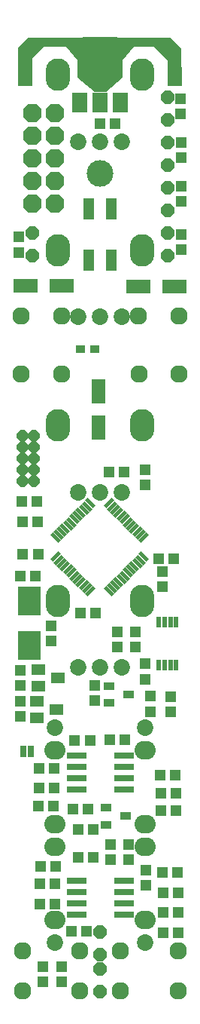
<source format=gts>
G04 DipTrace 3.3.0.0*
G04 uPeaks.GTS*
%MOIN*%
G04 #@! TF.FileFunction,Soldermask,Top*
G04 #@! TF.Part,Single*
%AMOUTLINE1*
4,1,8,
0.010362,-0.025016,
0.025016,-0.010362,
0.025016,0.010362,
0.010362,0.025016,
-0.010362,0.025016,
-0.025016,0.010362,
-0.025016,-0.010362,
-0.010362,-0.025016,
0.010362,-0.025016,
0*%
%AMOUTLINE4*
4,1,8,
-0.016989,0.041016,
-0.041016,0.016989,
-0.041016,-0.016989,
-0.016989,-0.041016,
0.016989,-0.041016,
0.041016,-0.016989,
0.041016,0.016989,
0.016989,0.041016,
-0.016989,0.041016,
0*%
%AMOUTLINE7*
4,1,8,
-0.012432,-0.030016,
-0.030016,-0.012432,
-0.030016,0.012432,
-0.012432,0.030016,
0.012432,0.030016,
0.030016,0.012432,
0.030016,-0.012432,
0.012432,-0.030016,
-0.012432,-0.030016,
0*%
%AMOUTLINE10*
4,1,8,
0.012432,0.030016,
0.030016,0.012432,
0.030016,-0.012432,
0.012432,-0.030016,
-0.012432,-0.030016,
-0.030016,-0.012432,
-0.030016,0.012432,
-0.012432,0.030016,
0.012432,0.030016,
0*%
%AMOUTLINE13*
4,1,4,
-0.010385,-0.023135,
-0.023135,-0.010385,
0.010385,0.023135,
0.023135,0.010385,
-0.010385,-0.023135,
0*%
%AMOUTLINE16*
4,1,4,
0.010385,-0.023135,
-0.023135,0.010385,
-0.010385,0.023135,
0.023135,-0.010385,
0.010385,-0.023135,
0*%
%AMOUTLINE18*
4,1,4,
-0.0125,-0.025,
0.0125,-0.025,
0.0125,0.025,
-0.0125,0.025,
-0.0125,-0.025,
0*%
%ADD46C,0.11811*%
%ADD56C,0.077031*%
%ADD58O,0.108031X0.143031*%
%ADD60R,0.06315X0.047402*%
%ADD62R,0.10252X0.126142*%
%ADD64R,0.041496X0.035591*%
%ADD66C,0.073031*%
%ADD68O,0.093031X0.083031*%
%ADD70R,0.086772X0.031654*%
%ADD72R,0.024173X0.048189*%
%ADD74R,0.047402X0.035591*%
%ADD76R,0.158031X0.087031*%
%ADD78R,0.067031X0.087031*%
%ADD80R,0.047402X0.094646*%
%ADD82R,0.047402X0.051339*%
%ADD84R,0.06315X0.110394*%
%ADD86R,0.051339X0.047402*%
%ADD88R,0.110394X0.06315*%
%ADD96OUTLINE1*%
%ADD99OUTLINE4*%
%ADD102OUTLINE7*%
%ADD105OUTLINE10*%
%ADD108OUTLINE13*%
%ADD111OUTLINE16*%
%ADD113OUTLINE18*%
%FSLAX26Y26*%
G04*
G70*
G90*
G75*
G01*
G04 TopMask*
%LPD*%
D88*
X1121858Y3556861D3*
X960441D3*
X460856Y3560888D3*
X622273D3*
D86*
X792009Y4278999D3*
X858938D3*
D84*
X785449Y2933415D3*
Y3094832D3*
D86*
X705483Y2112949D3*
X772412D3*
D82*
X573255Y1992427D3*
Y2059356D3*
D86*
X437454Y2277730D3*
X504383D3*
X830661Y2736932D3*
X897591D3*
X516163Y2375449D3*
X449234D3*
X1051378Y2353079D3*
X1118307D3*
D82*
X767997Y1793125D3*
Y1726196D3*
X947412Y1962950D3*
Y2029879D3*
X866163Y1964770D3*
Y2031700D3*
D86*
X1124135Y1396325D3*
X1057206D3*
X1061308Y1242428D3*
X1128238D3*
X834088Y1555240D3*
X901017D3*
X521581Y1427399D3*
X588511D3*
X670042Y1247714D3*
X736971D3*
X1069408Y790051D3*
X1136337D3*
X1134574Y969353D3*
X1067644D3*
D82*
X992974Y910652D3*
Y977581D3*
X839039Y1090137D3*
Y1023207D3*
D86*
X524192Y916739D3*
X591121D3*
X664806Y709260D3*
X731735D3*
D80*
X740623Y3674723D3*
X840623D3*
Y3899526D3*
X740623D3*
D78*
X702163Y4370200D3*
X792163D3*
X882163D3*
D76*
X791163Y4618200D3*
D74*
X916703Y1753808D3*
X830089Y1716407D3*
Y1791210D3*
D72*
X1051706Y1885891D3*
X1077297D3*
X1102887D3*
X1128478D3*
Y2074867D3*
X1102887D3*
X1077297D3*
X1051706D3*
D70*
X686721Y1484045D3*
Y1434045D3*
Y1384045D3*
Y1334045D3*
X899319D3*
Y1384045D3*
Y1434045D3*
Y1484045D3*
X686352Y931085D3*
Y881085D3*
Y831085D3*
Y781085D3*
X898950D3*
Y831085D3*
Y881085D3*
Y931085D3*
D74*
X903774Y1216354D3*
X817160Y1178953D3*
Y1253756D3*
D68*
X991163Y1506200D3*
Y1181200D3*
D66*
Y1606200D3*
D68*
X591163Y1506200D3*
Y1181200D3*
D66*
Y1606200D3*
D68*
X991163Y757200D3*
Y1082200D3*
D66*
Y657200D3*
D68*
X591163Y757200D3*
Y1082200D3*
D66*
Y657200D3*
D96*
X447627Y2897224D3*
X497626D3*
X447627Y2847224D3*
X497626D3*
X447627Y2797224D3*
X497626D3*
X447627Y2747224D3*
X497626D3*
X447627Y2697224D3*
X497626D3*
D99*
X589848Y3925650D3*
X489848D3*
X589848Y4025650D3*
X489848D3*
X589848Y4125650D3*
X489848D3*
X589848Y4225650D3*
X489848D3*
X589848Y4325650D3*
X489848D3*
D64*
X766163Y3282066D3*
X703171D3*
D102*
X491163Y3794199D3*
Y3694199D3*
X1091163Y4394199D3*
Y4294199D3*
Y4194199D3*
Y4094199D3*
Y3994199D3*
Y3894199D3*
Y3794199D3*
Y3694199D3*
D105*
X791163Y442058D3*
Y542058D3*
Y602860D3*
Y702860D3*
D62*
X477130Y1969551D3*
Y2169179D3*
D60*
X603685Y1828415D3*
X517071Y1791013D3*
Y1865816D3*
X599165Y1687508D3*
X512551Y1650106D3*
Y1724909D3*
D66*
X889163Y4199200D3*
X791163Y4198924D3*
X693163Y4199200D3*
D58*
X604163Y4494200D3*
X978163D3*
D82*
X432039Y3776168D3*
Y3709239D3*
D86*
X445528Y2608726D3*
X512457D3*
D82*
X1147677Y4388741D3*
Y4321812D3*
D66*
X889163Y3424200D3*
X791163Y3423924D3*
X693163Y3424200D3*
D58*
X604163Y3719200D3*
X978163D3*
D82*
X1152315Y4195059D3*
Y4128130D3*
Y4000449D3*
Y3933520D3*
Y3787949D3*
Y3721020D3*
X991825Y1889526D3*
Y1822597D3*
X621992Y485871D3*
Y552801D3*
D66*
X889163Y2649200D3*
X791163Y2648924D3*
X693163Y2649200D3*
D58*
X604163Y2944200D3*
X978163D3*
D82*
X1013753Y1679450D3*
Y1746379D3*
D86*
X448248Y2519293D3*
X515177D3*
X1060302Y1318832D3*
X1127231D3*
D82*
X438808Y1795845D3*
Y1862774D3*
X1066163Y2231700D3*
Y2298629D3*
D86*
X679312Y1552488D3*
X746241D3*
X588450Y1342560D3*
X521521D3*
X693465Y1157154D3*
X760394D3*
X585479Y1259799D3*
X518550D3*
D66*
X889163Y1874200D3*
X791163Y1873924D3*
X693163Y1874200D3*
D58*
X604163Y2169200D3*
X978163D3*
D82*
X1104469Y1677438D3*
Y1744367D3*
X536658Y485307D3*
Y552236D3*
D86*
X1136778Y878853D3*
X1069849D3*
D82*
X916285Y1024134D3*
Y1091063D3*
D86*
X1072290Y699635D3*
X1139219D3*
D82*
X436848Y1658912D3*
Y1725841D3*
X991163Y2681700D3*
Y2748629D3*
D86*
X591121Y829167D3*
X524192D3*
X692728Y1034346D3*
X759658D3*
X528663Y994200D3*
X595592D3*
D56*
X442290Y3426306D3*
X619457Y3426598D3*
X619878Y3170693D3*
X442295Y3170352D3*
X1140035Y3170673D3*
X962869Y3170381D3*
X962448Y3426286D3*
X1140030Y3426627D3*
X1136424Y622308D3*
X1136717Y445142D3*
X880811Y444721D3*
X880470Y622303D3*
X702095Y621693D3*
X702387Y444526D3*
X446482Y444105D3*
X446140Y621688D3*
D108*
X594274Y2362870D3*
X608193Y2348951D3*
X622113Y2335032D3*
X636032Y2321112D3*
X649951Y2307193D3*
X663871Y2293273D3*
X677790Y2279354D3*
X691710Y2265434D3*
X705629Y2251514D3*
X719549Y2237596D3*
X733469Y2223676D3*
X747387Y2209757D3*
D111*
X830904D3*
X844823Y2223676D3*
X858743Y2237596D3*
X872663Y2251514D3*
X886581Y2265434D3*
X900501Y2279354D3*
X914420Y2293273D3*
X928340Y2307193D3*
X942260Y2321112D3*
X956179Y2335032D3*
X970098Y2348951D3*
X984017Y2362870D3*
D108*
Y2446387D3*
X970098Y2460306D3*
X956179Y2474226D3*
X942260Y2488146D3*
X928340Y2502064D3*
X914420Y2515984D3*
X900501Y2529903D3*
X886581Y2543823D3*
X872663Y2557743D3*
X858743Y2571661D3*
X844823Y2585581D3*
X830904Y2599500D3*
D111*
X747387D3*
X733469Y2585581D3*
X719549Y2571661D3*
X705629Y2557743D3*
X691710Y2543823D3*
X677790Y2529903D3*
X663871Y2515984D3*
X649951Y2502064D3*
X636032Y2488146D3*
X622113Y2474226D3*
X608193Y2460306D3*
X594274Y2446387D3*
D113*
X485186Y1501476D3*
X451722D3*
D46*
X791163Y4056700D3*
G36*
X491163Y4444200D2*
X428663D1*
X427888Y4615286D1*
X469769Y4656925D1*
X1105033Y4657028D1*
X1152349Y4609492D1*
X1153663Y4444200D1*
X1091163D1*
Y4556700D1*
X1028663Y4619200D1*
X941163D1*
X891163Y4556700D1*
Y4481700D1*
X816163Y4419200D1*
X766163D1*
X691163Y4481700D1*
Y4556700D1*
X641163Y4619200D1*
X541163D1*
X491163Y4569200D1*
Y4444200D1*
G37*
M02*

</source>
